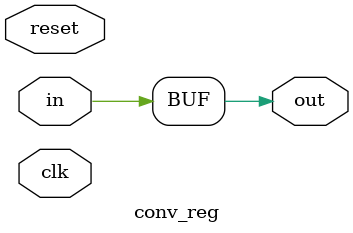
<source format=v>
module conv_reg(
    // Parameters:
	// .width(1)           // Bits in each register
	// .length(0)          // Number of registers
	// .RESET_TYPE("ASY")  // Reset type: "SYN" - sync pos, "ASYNEG" - async negedge or "ASY" - async posedge (def="ASY")
	reset, // [in]     
	clk,   // [in]
	in,    // [in]     Input data
	out    // [out]    Output delayed data
);

parameter width         = 1;
parameter length        = 0;
parameter RESET_TYPE    = "ASY";

input               reset;
input               clk;
input   [width-1:0] in;
output  [width-1:0] out;

wire    reset_n;
if (RESET_TYPE == "ASY") begin 
    assign reset_n = ~reset;  // convert posedge reset to negedge
end else if (RESET_TYPE == "ASYNEG") begin
    assign reset_n = reset;
end else begin
    assign reset_n = 1'b1;
end
    
genvar i;
generate
    if (length > 0) begin
        reg [width-1:0] reg_mem [length-1:0];
        for (i=0; i<length; i=i+1)	begin: reg_mem_gen
            if (RESET_TYPE == "SYN") begin  // Synchronous reset
                always @(posedge clk) begin
                    if (reset) begin
                        reg_mem[i] <= {width{1'b0}};
                    end else begin
                        if (i == 0) begin
                            reg_mem[i] <= in;
                        end else begin
                            reg_mem[i] <= reg_mem[i-1];
                        end
                    end
                end
            end else begin // Asynchronous reset
                always @(posedge clk or negedge reset_n) begin
                    if (reset_n == 1'b0) begin
                        reg_mem[i] <= {width{1'b0}};
                    end else begin
                        if (i == 0) begin
                            reg_mem[i] <= in;
                        end else begin
                            reg_mem[i] <= reg_mem[i-1];
                        end
                   end
               end            
            end
        end
        assign out = reg_mem[length-1];
    end else begin
        assign out = in; 
    end
endgenerate

endmodule

</source>
